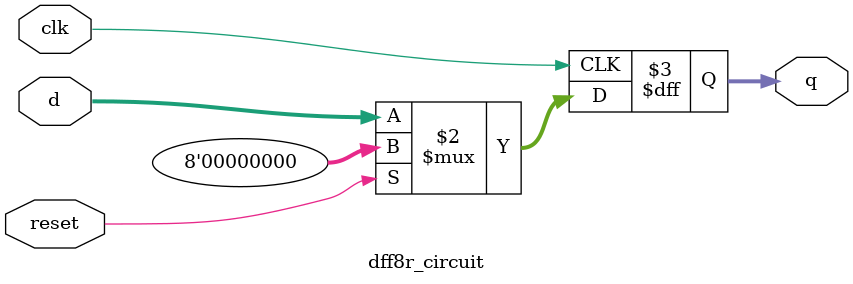
<source format=v>
module dff8r_circuit(
   input clk,
   input reset,      // Synchronous reset
   input [7:0] d,
   output reg [7:0] q
);
   always @(posedge clk) begin
      q <= reset ? 8'b0 : d;
   end
endmodule 
</source>
